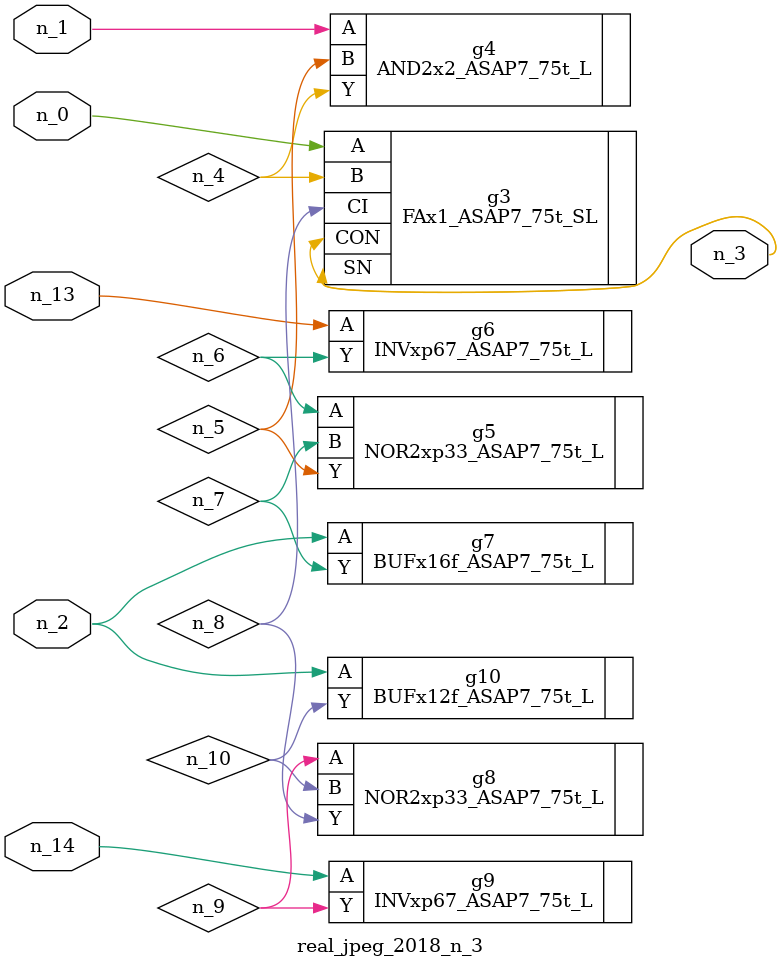
<source format=v>
module real_jpeg_2018_n_3 (n_0, n_1, n_14, n_2, n_13, n_3);

input n_0;
input n_1;
input n_14;
input n_2;
input n_13;

output n_3;

wire n_5;
wire n_8;
wire n_4;
wire n_6;
wire n_7;
wire n_10;
wire n_9;

FAx1_ASAP7_75t_SL g3 ( 
.A(n_0),
.B(n_4),
.CI(n_8),
.CON(n_3),
.SN(n_3)
);

AND2x2_ASAP7_75t_L g4 ( 
.A(n_1),
.B(n_5),
.Y(n_4)
);

BUFx16f_ASAP7_75t_L g7 ( 
.A(n_2),
.Y(n_7)
);

BUFx12f_ASAP7_75t_L g10 ( 
.A(n_2),
.Y(n_10)
);

NOR2xp33_ASAP7_75t_L g5 ( 
.A(n_6),
.B(n_7),
.Y(n_5)
);

NOR2xp33_ASAP7_75t_L g8 ( 
.A(n_9),
.B(n_10),
.Y(n_8)
);

INVxp67_ASAP7_75t_L g6 ( 
.A(n_13),
.Y(n_6)
);

INVxp67_ASAP7_75t_L g9 ( 
.A(n_14),
.Y(n_9)
);


endmodule
</source>
